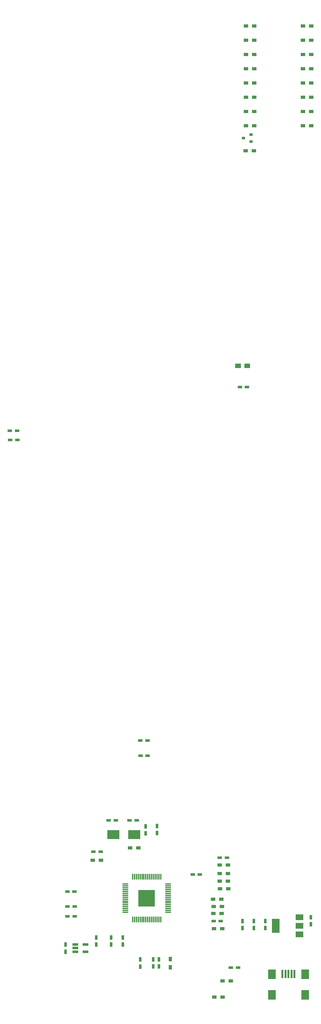
<source format=gtp>
G04 #@! TF.FileFunction,Paste,Top*
%FSLAX46Y46*%
G04 Gerber Fmt 4.6, Leading zero omitted, Abs format (unit mm)*
G04 Created by KiCad (PCBNEW 4.0.7) date 02/02/18 15:52:00*
%MOMM*%
%LPD*%
G01*
G04 APERTURE LIST*
%ADD10C,0.100000*%
%ADD11R,1.200000X0.900000*%
%ADD12R,1.500000X0.300000*%
%ADD13R,0.300000X1.500000*%
%ADD14R,4.400000X4.400000*%
%ADD15R,0.500000X2.300000*%
%ADD16R,2.000000X2.500000*%
%ADD17R,1.200000X0.750000*%
%ADD18R,0.750000X1.200000*%
%ADD19R,1.500000X1.250000*%
%ADD20R,0.900000X1.200000*%
%ADD21R,2.000000X3.800000*%
%ADD22R,2.000000X1.500000*%
%ADD23R,1.560000X0.650000*%
%ADD24R,3.325000X2.400000*%
%ADD25R,0.900000X0.800000*%
G04 APERTURE END LIST*
D10*
D11*
X146220000Y-3810000D03*
X148420000Y-3810000D03*
D12*
X125342000Y-236914000D03*
X125342000Y-236414000D03*
X125342000Y-235914000D03*
X125342000Y-235414000D03*
X125342000Y-234914000D03*
X125342000Y-234414000D03*
X125342000Y-233914000D03*
X125342000Y-233414000D03*
X125342000Y-232914000D03*
X125342000Y-232414000D03*
X125342000Y-231914000D03*
X125342000Y-231414000D03*
X125342000Y-230914000D03*
X125342000Y-230414000D03*
X125342000Y-229914000D03*
X125342000Y-229414000D03*
D13*
X123392000Y-227464000D03*
X122892000Y-227464000D03*
X122392000Y-227464000D03*
X121892000Y-227464000D03*
X121392000Y-227464000D03*
X120892000Y-227464000D03*
X120392000Y-227464000D03*
X119892000Y-227464000D03*
X119392000Y-227464000D03*
X118892000Y-227464000D03*
X118392000Y-227464000D03*
X117892000Y-227464000D03*
X117392000Y-227464000D03*
X116892000Y-227464000D03*
X116392000Y-227464000D03*
X115892000Y-227464000D03*
D12*
X113942000Y-229414000D03*
X113942000Y-229914000D03*
X113942000Y-230414000D03*
X113942000Y-230914000D03*
X113942000Y-231414000D03*
X113942000Y-231914000D03*
X113942000Y-232414000D03*
X113942000Y-232914000D03*
X113942000Y-233414000D03*
X113942000Y-233914000D03*
X113942000Y-234414000D03*
X113942000Y-234914000D03*
X113942000Y-235414000D03*
X113942000Y-235914000D03*
X113942000Y-236414000D03*
X113942000Y-236914000D03*
D13*
X115892000Y-238864000D03*
X116392000Y-238864000D03*
X116892000Y-238864000D03*
X117392000Y-238864000D03*
X117892000Y-238864000D03*
X118392000Y-238864000D03*
X118892000Y-238864000D03*
X119392000Y-238864000D03*
X119892000Y-238864000D03*
X120392000Y-238864000D03*
X120892000Y-238864000D03*
X121392000Y-238864000D03*
X121892000Y-238864000D03*
X122392000Y-238864000D03*
X122892000Y-238864000D03*
X123392000Y-238864000D03*
D14*
X119642000Y-233164000D03*
D15*
X155966000Y-253432000D03*
X156766000Y-253432000D03*
X157566000Y-253432000D03*
X158366000Y-253432000D03*
X159166000Y-253432000D03*
D16*
X153116000Y-253532000D03*
X153116000Y-259032000D03*
X162016000Y-253532000D03*
X162016000Y-259032000D03*
D11*
X139868000Y-241300000D03*
X137668000Y-241300000D03*
D17*
X142160000Y-251690000D03*
X144060000Y-251690000D03*
D18*
X163576000Y-238252000D03*
X163576000Y-240152000D03*
D17*
X109474000Y-212344000D03*
X111374000Y-212344000D03*
X107310000Y-220726000D03*
X105410000Y-220726000D03*
X116962000Y-212344000D03*
X115062000Y-212344000D03*
X131958000Y-226822000D03*
X133858000Y-226822000D03*
X137546000Y-239268000D03*
X139446000Y-239268000D03*
X139200000Y-222382000D03*
X141100000Y-222382000D03*
X100380000Y-237998000D03*
X98480000Y-237998000D03*
D18*
X151384000Y-241168000D03*
X151384000Y-239268000D03*
X145288000Y-239268000D03*
X145288000Y-241168000D03*
X122890000Y-249503528D03*
X122890000Y-251403528D03*
X97944000Y-245568000D03*
X97944000Y-247468000D03*
X121390000Y-249520000D03*
X121390000Y-251420000D03*
X117890000Y-249550000D03*
X117890000Y-251450000D03*
D17*
X100380000Y-235420000D03*
X98480000Y-235420000D03*
D18*
X119380000Y-215834000D03*
X119380000Y-213934000D03*
D17*
X100330000Y-231394000D03*
X98430000Y-231394000D03*
D18*
X122428000Y-215768000D03*
X122428000Y-213868000D03*
X106149000Y-245568000D03*
X106149000Y-243668000D03*
D17*
X119882000Y-195052000D03*
X117982000Y-195052000D03*
D18*
X113233267Y-243661749D03*
X113233267Y-245561749D03*
D17*
X84958000Y-108204000D03*
X83058000Y-108204000D03*
X144592000Y-96520000D03*
X146492000Y-96520000D03*
X119832000Y-191052000D03*
X117932000Y-191052000D03*
X83148000Y-110662000D03*
X85048000Y-110662000D03*
D19*
X144044724Y-90868200D03*
X146544724Y-90868200D03*
D18*
X148336000Y-239268000D03*
X148336000Y-241168000D03*
X110164000Y-243668000D03*
X110164000Y-245568000D03*
D11*
X139954000Y-255270000D03*
X142154000Y-255270000D03*
X139614000Y-233426000D03*
X137414000Y-233426000D03*
X141478000Y-230632000D03*
X139278000Y-230632000D03*
X141392000Y-226568000D03*
X139192000Y-226568000D03*
X139954000Y-259588000D03*
X137754000Y-259588000D03*
X117400000Y-219700000D03*
X115200000Y-219700000D03*
X139192000Y-228600000D03*
X141392000Y-228600000D03*
X139204000Y-224282000D03*
X141404000Y-224282000D03*
X107442000Y-223012000D03*
X105242000Y-223012000D03*
X139740000Y-235410000D03*
X137540000Y-235410000D03*
X139700000Y-237236000D03*
X137500000Y-237236000D03*
D20*
X125984000Y-251628000D03*
X125984000Y-249428000D03*
D21*
X154178000Y-240538000D03*
D22*
X160478000Y-240538000D03*
X160478000Y-238238000D03*
X160478000Y-242838000D03*
D23*
X100564000Y-245568000D03*
X100564000Y-246518000D03*
X100564000Y-247468000D03*
X103264000Y-247468000D03*
X103264000Y-245568000D03*
D24*
X110744000Y-216154000D03*
X116269000Y-216154000D03*
D11*
X161460000Y-19050000D03*
X163660000Y-19050000D03*
X161460000Y0D03*
X163660000Y0D03*
X161460000Y-11430000D03*
X163660000Y-11430000D03*
X161460000Y-22860000D03*
X163660000Y-22860000D03*
X161460000Y-3810000D03*
X163660000Y-3810000D03*
X161460000Y-15240000D03*
X163660000Y-15240000D03*
X161460000Y-7620000D03*
X163660000Y-7620000D03*
X146220000Y-19050000D03*
X148420000Y-19050000D03*
X146220000Y0D03*
X148420000Y0D03*
X146220000Y-11430000D03*
X148420000Y-11430000D03*
X146220000Y-22860000D03*
X148420000Y-22860000D03*
X146220000Y-15240000D03*
X148420000Y-15240000D03*
X146220000Y-7620000D03*
X148420000Y-7620000D03*
X161460000Y-26670000D03*
X163660000Y-26670000D03*
X148420000Y-26670000D03*
X146220000Y-26670000D03*
X146120000Y-33400000D03*
X148320000Y-33400000D03*
D25*
X147558000Y-30922000D03*
X147558000Y-29022000D03*
X145558000Y-29972000D03*
M02*

</source>
